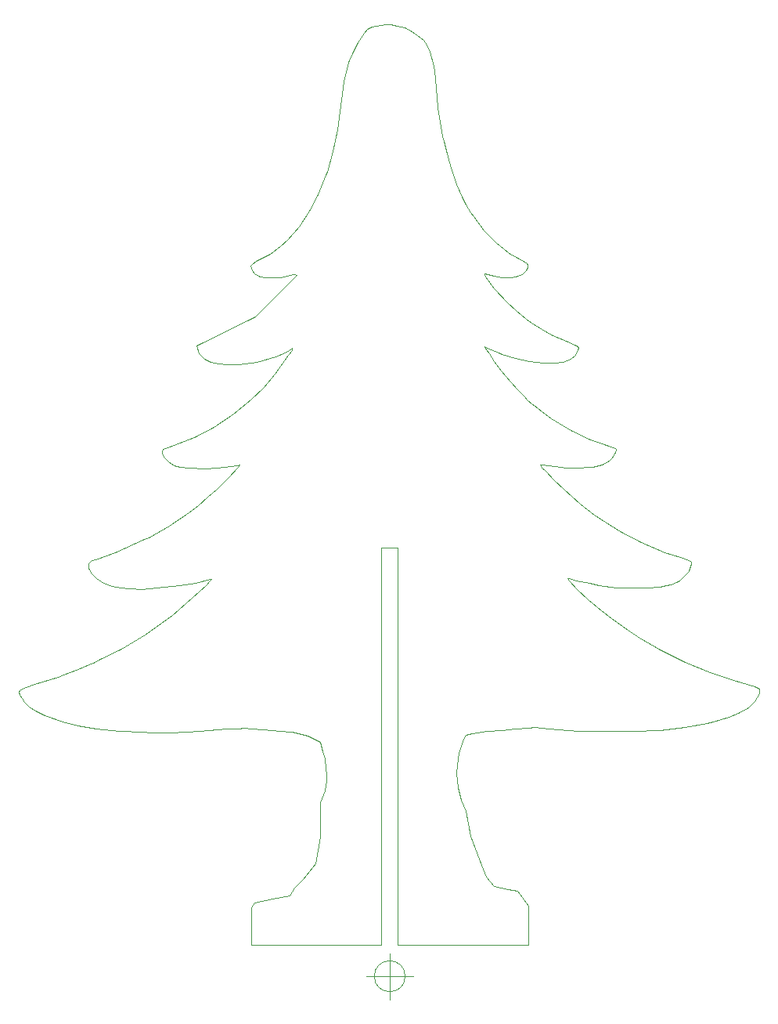
<source format=gm1>
G04 #@! TF.GenerationSoftware,KiCad,Pcbnew,(5.1.5)-3*
G04 #@! TF.CreationDate,2020-10-31T02:18:59+01:00*
G04 #@! TF.ProjectId,Christmas A,43687269-7374-46d6-9173-20412e6b6963,rev?*
G04 #@! TF.SameCoordinates,Original*
G04 #@! TF.FileFunction,Profile,NP*
%FSLAX46Y46*%
G04 Gerber Fmt 4.6, Leading zero omitted, Abs format (unit mm)*
G04 Created by KiCad (PCBNEW (5.1.5)-3) date 2020-10-31 02:18:59*
%MOMM*%
%LPD*%
G04 APERTURE LIST*
%ADD10C,0.050000*%
G04 APERTURE END LIST*
D10*
X101282500Y-54038500D02*
X101981000Y-52959000D01*
X100774500Y-55054500D02*
X101282500Y-54038500D01*
X100266500Y-56134000D02*
X100774500Y-55054500D01*
X104330500Y-52070000D02*
X104648000Y-52070000D01*
X103759000Y-52133500D02*
X104330500Y-52070000D01*
X102870000Y-52324000D02*
X103759000Y-52133500D01*
X102362000Y-52578000D02*
X102870000Y-52324000D01*
X101981000Y-52959000D02*
X102362000Y-52578000D01*
X108458000Y-53784500D02*
X108077000Y-53467000D01*
X108775500Y-54229000D02*
X108458000Y-53784500D01*
X109093000Y-54991000D02*
X108775500Y-54229000D01*
X107188000Y-52832000D02*
X108077000Y-53467000D01*
X106362500Y-52387500D02*
X107188000Y-52832000D01*
X105537000Y-52197000D02*
X106362500Y-52387500D01*
X104902000Y-52070000D02*
X105537000Y-52197000D01*
X104648000Y-52070000D02*
X104902000Y-52070000D01*
X95885000Y-128905000D02*
X97218500Y-129603500D01*
X94234000Y-128524000D02*
X95885000Y-128905000D01*
X92075000Y-146558000D02*
X90170000Y-146939000D01*
X116078000Y-145161000D02*
X115189000Y-144145000D01*
X117602000Y-145542000D02*
X116078000Y-145161000D01*
X113030000Y-128841500D02*
X113665000Y-128651000D01*
X103886000Y-108648500D02*
X103886000Y-151574500D01*
X105664000Y-108648500D02*
X103886000Y-108648500D01*
X112966500Y-137033000D02*
X112522000Y-135890000D01*
X113538000Y-139763500D02*
X112966500Y-137033000D01*
X114681000Y-142875000D02*
X113538000Y-139763500D01*
X115189000Y-144145000D02*
X114681000Y-142875000D01*
X97218500Y-139827000D02*
X97282000Y-136144000D01*
X96774000Y-142748000D02*
X97218500Y-139827000D01*
X95377000Y-144399000D02*
X96774000Y-142748000D01*
X94488000Y-145351500D02*
X95377000Y-144399000D01*
X106441666Y-154940000D02*
G75*
G03X106441666Y-154940000I-1666666J0D01*
G01*
X102275000Y-154940000D02*
X107275000Y-154940000D01*
X104775000Y-152440000D02*
X104775000Y-157440000D01*
X105664000Y-151574500D02*
X119761000Y-151574500D01*
X105664000Y-108648500D02*
X105664000Y-151574500D01*
X99758500Y-58229500D02*
X99123500Y-63373000D01*
X94488000Y-79057500D02*
X94678500Y-79184500D01*
X94361000Y-79057500D02*
X94488000Y-79057500D01*
X92900500Y-79375000D02*
X94361000Y-79057500D01*
X92138500Y-79438500D02*
X92900500Y-79375000D01*
X91376500Y-79438500D02*
X92138500Y-79438500D01*
X90741500Y-79311500D02*
X91376500Y-79438500D01*
X90551000Y-79248000D02*
X90741500Y-79311500D01*
X90170000Y-78994000D02*
X90551000Y-79248000D01*
X89852500Y-78613000D02*
X90170000Y-78994000D01*
X89725500Y-78168500D02*
X89852500Y-78613000D01*
X89852500Y-77978000D02*
X89725500Y-78168500D01*
X90297000Y-77660500D02*
X89852500Y-77978000D01*
X90995500Y-77279500D02*
X90297000Y-77660500D01*
X91821000Y-76835000D02*
X90995500Y-77279500D01*
X92900500Y-76009500D02*
X91821000Y-76835000D01*
X93662500Y-75311000D02*
X92900500Y-76009500D01*
X94932500Y-73914000D02*
X93662500Y-75311000D01*
X96075500Y-72199500D02*
X94932500Y-73914000D01*
X97028000Y-70421500D02*
X96075500Y-72199500D01*
X97536000Y-69151500D02*
X97028000Y-70421500D01*
X97853500Y-68326000D02*
X97536000Y-69151500D01*
X97980500Y-67945000D02*
X97853500Y-68326000D01*
X98615500Y-65786000D02*
X97980500Y-67945000D01*
X99123500Y-63373000D02*
X98615500Y-65786000D01*
X100266500Y-56134000D02*
X99758500Y-58229500D01*
X109537500Y-56578500D02*
X109093000Y-54991000D01*
X109664500Y-57785000D02*
X109537500Y-56578500D01*
X109791500Y-59118500D02*
X109664500Y-57785000D01*
X109855000Y-59817000D02*
X109791500Y-59118500D01*
X109982000Y-61023500D02*
X109855000Y-59817000D01*
X110109000Y-62103000D02*
X109982000Y-61023500D01*
X110299500Y-63055500D02*
X110109000Y-62103000D01*
X110490000Y-64135000D02*
X110299500Y-63055500D01*
X110617000Y-64706500D02*
X110490000Y-64135000D01*
X110934500Y-66040000D02*
X110617000Y-64706500D01*
X111188500Y-66929000D02*
X110934500Y-66040000D01*
X111379000Y-67564000D02*
X111188500Y-66929000D01*
X111633000Y-68326000D02*
X111379000Y-67564000D01*
X112014000Y-69342000D02*
X111633000Y-68326000D01*
X112585500Y-70675500D02*
X112014000Y-69342000D01*
X113030000Y-71501000D02*
X112585500Y-70675500D01*
X113538000Y-72390000D02*
X113030000Y-71501000D01*
X113855500Y-72834500D02*
X113538000Y-72390000D01*
X114935000Y-74358500D02*
X113855500Y-72834500D01*
X116014500Y-75438000D02*
X114935000Y-74358500D01*
X116268500Y-75692000D02*
X116014500Y-75438000D01*
X117030500Y-76263500D02*
X116268500Y-75692000D01*
X117665500Y-76771500D02*
X117030500Y-76263500D01*
X118554500Y-77279500D02*
X117665500Y-76771500D01*
X119380000Y-77724000D02*
X118554500Y-77279500D01*
X119634000Y-77914500D02*
X119380000Y-77724000D01*
X119697500Y-78041500D02*
X119634000Y-77914500D01*
X119697500Y-78295500D02*
X119697500Y-78041500D01*
X119507000Y-78676500D02*
X119697500Y-78295500D01*
X119189500Y-78994000D02*
X119507000Y-78676500D01*
X119126000Y-79057500D02*
X119189500Y-78994000D01*
X118618000Y-79248000D02*
X119126000Y-79057500D01*
X118427500Y-79311500D02*
X118618000Y-79248000D01*
X117792500Y-79375000D02*
X118427500Y-79311500D01*
X116903500Y-79375000D02*
X117792500Y-79375000D01*
X116014500Y-79248000D02*
X116903500Y-79375000D01*
X115062000Y-78994000D02*
X116014500Y-79248000D01*
X114998500Y-79057500D02*
X115062000Y-78994000D01*
X115125500Y-79311500D02*
X114998500Y-79057500D01*
X116078000Y-80581500D02*
X115125500Y-79311500D01*
X117475000Y-82105500D02*
X116078000Y-80581500D01*
X118427500Y-82994500D02*
X117475000Y-82105500D01*
X119507000Y-83883500D02*
X118427500Y-82994500D01*
X120078500Y-84328000D02*
X119507000Y-83883500D01*
X121221500Y-85026500D02*
X120078500Y-84328000D01*
X122428000Y-85661500D02*
X121221500Y-85026500D01*
X123825000Y-86296500D02*
X122428000Y-85661500D01*
X124904500Y-86741000D02*
X123825000Y-86296500D01*
X125095000Y-86868000D02*
X124904500Y-86741000D01*
X125158500Y-87058500D02*
X125095000Y-86868000D01*
X125095000Y-87185500D02*
X125158500Y-87058500D01*
X124841000Y-87757000D02*
X125095000Y-87185500D01*
X124333000Y-88201500D02*
X124841000Y-87757000D01*
X123507500Y-88519000D02*
X124333000Y-88201500D01*
X122491500Y-88646000D02*
X123507500Y-88519000D01*
X121348500Y-88646000D02*
X122491500Y-88646000D01*
X119824500Y-88455500D02*
X121348500Y-88646000D01*
X118300500Y-88138000D02*
X119824500Y-88455500D01*
X116903500Y-87693500D02*
X118300500Y-88138000D01*
X116586000Y-87566500D02*
X116903500Y-87693500D01*
X115316000Y-86995000D02*
X116586000Y-87566500D01*
X114998500Y-86868000D02*
X115316000Y-86995000D01*
X115189000Y-87185500D02*
X114998500Y-86868000D01*
X115506500Y-87630000D02*
X115189000Y-87185500D01*
X116078000Y-88455500D02*
X115506500Y-87630000D01*
X116776500Y-89471500D02*
X116078000Y-88455500D01*
X117792500Y-90678000D02*
X116776500Y-89471500D01*
X118554500Y-91503500D02*
X117792500Y-90678000D01*
X119316500Y-92265500D02*
X118554500Y-91503500D01*
X119634000Y-92583000D02*
X119316500Y-92265500D01*
X120205500Y-93091000D02*
X119634000Y-92583000D01*
X120396000Y-93218000D02*
X120205500Y-93091000D01*
X121221500Y-93853000D02*
X120396000Y-93218000D01*
X122237500Y-94615000D02*
X121221500Y-93853000D01*
X123063000Y-95123000D02*
X122237500Y-94615000D01*
X124333000Y-95885000D02*
X123063000Y-95123000D01*
X126492000Y-96901000D02*
X124333000Y-95885000D01*
X127190500Y-97155000D02*
X126492000Y-96901000D01*
X129159000Y-97853500D02*
X127190500Y-97155000D01*
X129222500Y-97917000D02*
X129159000Y-97853500D01*
X129222500Y-98044000D02*
X129222500Y-97917000D01*
X129159000Y-98298000D02*
X129222500Y-98044000D01*
X128841500Y-98869500D02*
X129159000Y-98298000D01*
X128460500Y-99250500D02*
X128841500Y-98869500D01*
X127762000Y-99631500D02*
X128460500Y-99250500D01*
X127381000Y-99758500D02*
X127762000Y-99631500D01*
X126682500Y-99885500D02*
X127381000Y-99758500D01*
X124777500Y-100012500D02*
X126682500Y-99885500D01*
X123825000Y-99949000D02*
X124777500Y-100012500D01*
X122618500Y-99822000D02*
X123825000Y-99949000D01*
X121285000Y-99631500D02*
X122618500Y-99822000D01*
X121031000Y-99631500D02*
X121285000Y-99631500D01*
X121094500Y-99758500D02*
X121031000Y-99631500D01*
X121221500Y-99949000D02*
X121094500Y-99758500D01*
X121539000Y-100266500D02*
X121221500Y-99949000D01*
X122555000Y-101346000D02*
X121539000Y-100266500D01*
X123571000Y-102298500D02*
X122555000Y-101346000D01*
X125349000Y-103886000D02*
X123571000Y-102298500D01*
X126873000Y-105029000D02*
X125349000Y-103886000D01*
X128079500Y-105854500D02*
X126873000Y-105029000D01*
X129667000Y-106807000D02*
X128079500Y-105854500D01*
X131953000Y-108013500D02*
X129667000Y-106807000D01*
X134493000Y-109093000D02*
X131953000Y-108013500D01*
X136207500Y-109664500D02*
X134493000Y-109093000D01*
X137160000Y-109982000D02*
X136207500Y-109664500D01*
X137350500Y-110172500D02*
X137160000Y-109982000D01*
X137350500Y-110299500D02*
X137350500Y-110172500D01*
X137287000Y-110617000D02*
X137350500Y-110299500D01*
X137223500Y-110807500D02*
X137287000Y-110617000D01*
X137096500Y-111125000D02*
X137223500Y-110807500D01*
X136842500Y-111442500D02*
X137096500Y-111125000D01*
X136461500Y-111823500D02*
X136842500Y-111442500D01*
X136080500Y-112141000D02*
X136461500Y-111823500D01*
X135763000Y-112331500D02*
X136080500Y-112141000D01*
X135191500Y-112585500D02*
X135763000Y-112331500D01*
X134683500Y-112712500D02*
X135191500Y-112585500D01*
X133985000Y-112839500D02*
X134683500Y-112712500D01*
X132461000Y-112966500D02*
X133985000Y-112839500D01*
X131381500Y-112966500D02*
X132461000Y-112966500D01*
X129286000Y-112903000D02*
X131381500Y-112966500D01*
X127381000Y-112649000D02*
X129286000Y-112903000D01*
X126365000Y-112458500D02*
X127381000Y-112649000D01*
X124904500Y-112141000D02*
X126365000Y-112458500D01*
X124142500Y-111887000D02*
X124904500Y-112141000D01*
X124015500Y-111950500D02*
X124142500Y-111887000D01*
X124142500Y-112141000D02*
X124015500Y-111950500D01*
X125031500Y-113093500D02*
X124142500Y-112141000D01*
X126238000Y-114173000D02*
X125031500Y-113093500D01*
X127635000Y-115379500D02*
X126238000Y-114173000D01*
X128778000Y-116268500D02*
X127635000Y-115379500D01*
X130556000Y-117538500D02*
X128778000Y-116268500D01*
X131826000Y-118364000D02*
X130556000Y-117538500D01*
X133985000Y-119634000D02*
X131826000Y-118364000D01*
X136715500Y-120967500D02*
X133985000Y-119634000D01*
X139446000Y-122110500D02*
X136715500Y-120967500D01*
X141922500Y-122936000D02*
X139446000Y-122110500D01*
X144208500Y-123634500D02*
X141922500Y-122936000D01*
X144716500Y-123825000D02*
X144208500Y-123634500D01*
X144780000Y-124015500D02*
X144716500Y-123825000D01*
X144716500Y-124396500D02*
X144780000Y-124015500D01*
X144526000Y-124777500D02*
X144716500Y-124396500D01*
X144272000Y-125222000D02*
X144526000Y-124777500D01*
X143573500Y-125857000D02*
X144272000Y-125222000D01*
X142494000Y-126492000D02*
X143573500Y-125857000D01*
X141414500Y-126936500D02*
X142494000Y-126492000D01*
X139763500Y-127444500D02*
X141414500Y-126936500D01*
X139065000Y-127571500D02*
X139763500Y-127444500D01*
X136715500Y-128016000D02*
X139065000Y-127571500D01*
X133985000Y-128333500D02*
X136715500Y-128016000D01*
X131000500Y-128460500D02*
X133985000Y-128333500D01*
X126746000Y-128460500D02*
X131000500Y-128460500D01*
X125412500Y-128397000D02*
X126746000Y-128460500D01*
X123888500Y-128333500D02*
X125412500Y-128397000D01*
X123190000Y-128270000D02*
X123888500Y-128333500D01*
X121983500Y-128143000D02*
X123190000Y-128270000D01*
X121285000Y-128079500D02*
X121983500Y-128143000D01*
X120459500Y-128016000D02*
X121285000Y-128079500D01*
X119761000Y-128079500D02*
X120459500Y-128016000D01*
X118364000Y-128206500D02*
X119761000Y-128079500D01*
X116903500Y-128333500D02*
X118364000Y-128206500D01*
X115189000Y-128460500D02*
X116903500Y-128333500D01*
X114808000Y-128524000D02*
X115189000Y-128460500D01*
X113665000Y-128651000D02*
X114808000Y-128524000D01*
X112776000Y-129286000D02*
X113030000Y-128841500D01*
X112268000Y-130810000D02*
X112776000Y-129286000D01*
X112077500Y-132080000D02*
X112268000Y-130810000D01*
X112014000Y-133032500D02*
X112077500Y-132080000D01*
X112141000Y-134556500D02*
X112014000Y-133032500D01*
X112522000Y-135890000D02*
X112141000Y-134556500D01*
X118618000Y-145669000D02*
X117602000Y-145542000D01*
X119761000Y-147320000D02*
X118618000Y-145669000D01*
X119761000Y-151574500D02*
X119761000Y-147320000D01*
X89789000Y-151574500D02*
X103886000Y-151574500D01*
X89789000Y-147447000D02*
X89789000Y-151574500D01*
X90170000Y-146939000D02*
X89789000Y-147447000D01*
X93916500Y-146177000D02*
X92075000Y-146558000D01*
X94488000Y-145351500D02*
X93916500Y-146177000D01*
X97726500Y-134874000D02*
X97282000Y-136144000D01*
X97917000Y-133794500D02*
X97726500Y-134874000D01*
X97917000Y-133096000D02*
X97917000Y-133794500D01*
X97853500Y-132461000D02*
X97917000Y-133096000D01*
X97726500Y-131381500D02*
X97853500Y-132461000D01*
X97536000Y-130619500D02*
X97726500Y-131381500D01*
X97218500Y-129603500D02*
X97536000Y-130619500D01*
X93980000Y-128524000D02*
X94234000Y-128524000D01*
X91059000Y-128270000D02*
X93980000Y-128524000D01*
X89789000Y-128143000D02*
X91059000Y-128270000D01*
X89027000Y-128079500D02*
X89789000Y-128143000D01*
X88328500Y-128143000D02*
X89027000Y-128079500D01*
X87122000Y-128206500D02*
X88328500Y-128143000D01*
X84201000Y-128460500D02*
X87122000Y-128206500D01*
X82740500Y-128524000D02*
X84201000Y-128460500D01*
X80899000Y-128587500D02*
X82740500Y-128524000D01*
X78930500Y-128587500D02*
X80899000Y-128587500D01*
X78105000Y-128524000D02*
X78930500Y-128587500D01*
X75501500Y-128397000D02*
X78105000Y-128524000D01*
X73025000Y-128143000D02*
X75501500Y-128397000D01*
X70993000Y-127825500D02*
X73025000Y-128143000D01*
X69405500Y-127444500D02*
X70993000Y-127825500D01*
X67437000Y-126746000D02*
X69405500Y-127444500D01*
X66421000Y-126238000D02*
X67437000Y-126746000D01*
X65722500Y-125793500D02*
X66421000Y-126238000D01*
X65214500Y-125285500D02*
X65722500Y-125793500D01*
X64960500Y-124904500D02*
X65214500Y-125285500D01*
X64770000Y-124523500D02*
X64960500Y-124904500D01*
X64643000Y-124206000D02*
X64770000Y-124523500D01*
X64706500Y-124015500D02*
X64643000Y-124206000D01*
X65024000Y-123825000D02*
X64706500Y-124015500D01*
X65405000Y-123698000D02*
X65024000Y-123825000D01*
X66357500Y-123380500D02*
X65405000Y-123698000D01*
X68897500Y-122555000D02*
X66357500Y-123380500D01*
X69469000Y-122364500D02*
X68897500Y-122555000D01*
X70866000Y-121793000D02*
X69469000Y-122364500D01*
X72453500Y-121158000D02*
X70866000Y-121793000D01*
X72707500Y-121031000D02*
X72453500Y-121158000D01*
X73469500Y-120650000D02*
X72707500Y-121031000D01*
X75755500Y-119507000D02*
X73469500Y-120650000D01*
X78295500Y-117983000D02*
X75755500Y-119507000D01*
X81280000Y-115887500D02*
X78295500Y-117983000D01*
X84899500Y-112649000D02*
X81280000Y-115887500D01*
X85344000Y-112204500D02*
X84899500Y-112649000D01*
X85471000Y-112014000D02*
X85344000Y-112204500D01*
X85344000Y-112014000D02*
X85471000Y-112014000D01*
X83756500Y-112395000D02*
X85344000Y-112014000D01*
X82042000Y-112712500D02*
X83756500Y-112395000D01*
X79565500Y-112966500D02*
X82042000Y-112712500D01*
X77914500Y-113093500D02*
X79565500Y-112966500D01*
X76708000Y-113030000D02*
X77914500Y-113093500D01*
X75628500Y-112966500D02*
X76708000Y-113030000D01*
X74739500Y-112776000D02*
X75628500Y-112966500D01*
X73787000Y-112395000D02*
X74739500Y-112776000D01*
X73025000Y-111950500D02*
X73787000Y-112395000D01*
X72517000Y-111379000D02*
X73025000Y-111950500D01*
X72199500Y-110807500D02*
X72517000Y-111379000D01*
X72199500Y-110426500D02*
X72199500Y-110807500D01*
X72199500Y-110299500D02*
X72199500Y-110426500D01*
X72326500Y-110109000D02*
X72199500Y-110299500D01*
X72517000Y-109982000D02*
X72326500Y-110109000D01*
X72961500Y-109855000D02*
X72517000Y-109982000D01*
X75057000Y-109093000D02*
X72961500Y-109855000D01*
X78232000Y-107696000D02*
X75057000Y-109093000D01*
X78676500Y-107505500D02*
X78232000Y-107696000D01*
X80899000Y-106235500D02*
X78676500Y-107505500D01*
X83058000Y-104775000D02*
X80899000Y-106235500D01*
X84010500Y-104013000D02*
X83058000Y-104775000D01*
X85090000Y-103124000D02*
X84010500Y-104013000D01*
X86042500Y-102235000D02*
X85090000Y-103124000D01*
X87249000Y-101092000D02*
X86042500Y-102235000D01*
X88392000Y-99885500D02*
X87249000Y-101092000D01*
X88519000Y-99631500D02*
X88392000Y-99885500D01*
X88265000Y-99695000D02*
X88519000Y-99631500D01*
X86042500Y-100012500D02*
X88265000Y-99695000D01*
X84772500Y-100076000D02*
X86042500Y-100012500D01*
X82994500Y-100012500D02*
X84772500Y-100076000D01*
X82105500Y-99885500D02*
X82994500Y-100012500D01*
X81407000Y-99695000D02*
X82105500Y-99885500D01*
X80835500Y-99314000D02*
X81407000Y-99695000D01*
X80391000Y-98869500D02*
X80835500Y-99314000D01*
X80137000Y-98425000D02*
X80391000Y-98869500D01*
X80137000Y-98171000D02*
X80137000Y-98425000D01*
X80264000Y-97980500D02*
X80137000Y-98171000D01*
X80708500Y-97790000D02*
X80264000Y-97980500D01*
X83629500Y-96647000D02*
X80708500Y-97790000D01*
X85725000Y-95567500D02*
X83629500Y-96647000D01*
X87820500Y-94170500D02*
X85725000Y-95567500D01*
X89725500Y-92646500D02*
X87820500Y-94170500D01*
X91122500Y-91249500D02*
X89725500Y-92646500D01*
X92329000Y-89852500D02*
X91122500Y-91249500D01*
X93789500Y-87820500D02*
X92329000Y-89852500D01*
X94170500Y-87249000D02*
X93789500Y-87820500D01*
X94234000Y-87058500D02*
X94170500Y-87249000D01*
X94107000Y-87122000D02*
X94234000Y-87058500D01*
X93853000Y-87312500D02*
X94107000Y-87122000D01*
X93472000Y-87503000D02*
X93853000Y-87312500D01*
X92456000Y-87947500D02*
X93472000Y-87503000D01*
X90424000Y-88519000D02*
X92456000Y-87947500D01*
X88455500Y-88836500D02*
X90424000Y-88519000D01*
X87249000Y-88836500D02*
X88455500Y-88836500D01*
X86233000Y-88709500D02*
X87249000Y-88836500D01*
X85407500Y-88519000D02*
X86233000Y-88709500D01*
X84709000Y-88201500D02*
X85407500Y-88519000D01*
X84137500Y-87630000D02*
X84709000Y-88201500D01*
X83883500Y-86804500D02*
X84137500Y-87630000D01*
X90233500Y-83629500D02*
X83883500Y-86804500D01*
X94678500Y-79184500D02*
X90233500Y-83629500D01*
M02*

</source>
